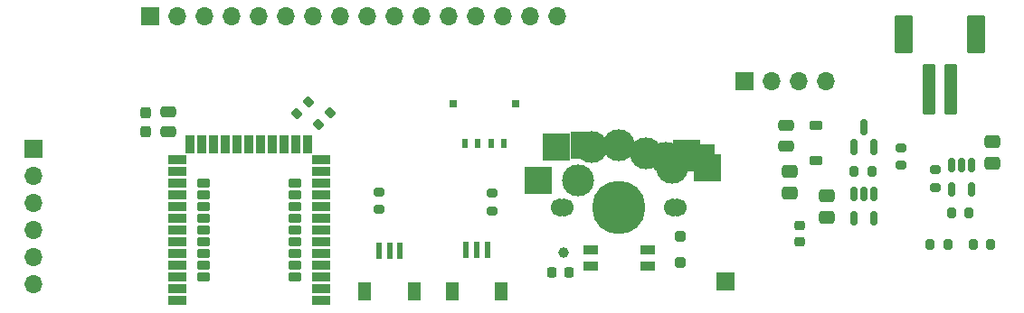
<source format=gbs>
G04 #@! TF.GenerationSoftware,KiCad,Pcbnew,8.0.1*
G04 #@! TF.CreationDate,2024-04-21T21:17:43-05:00*
G04 #@! TF.ProjectId,uC_test_PCB,75435f74-6573-4745-9f50-43422e6b6963,rev?*
G04 #@! TF.SameCoordinates,Original*
G04 #@! TF.FileFunction,Soldermask,Bot*
G04 #@! TF.FilePolarity,Negative*
%FSLAX46Y46*%
G04 Gerber Fmt 4.6, Leading zero omitted, Abs format (unit mm)*
G04 Created by KiCad (PCBNEW 8.0.1) date 2024-04-21 21:17:43*
%MOMM*%
%LPD*%
G01*
G04 APERTURE LIST*
G04 Aperture macros list*
%AMRoundRect*
0 Rectangle with rounded corners*
0 $1 Rounding radius*
0 $2 $3 $4 $5 $6 $7 $8 $9 X,Y pos of 4 corners*
0 Add a 4 corners polygon primitive as box body*
4,1,4,$2,$3,$4,$5,$6,$7,$8,$9,$2,$3,0*
0 Add four circle primitives for the rounded corners*
1,1,$1+$1,$2,$3*
1,1,$1+$1,$4,$5*
1,1,$1+$1,$6,$7*
1,1,$1+$1,$8,$9*
0 Add four rect primitives between the rounded corners*
20,1,$1+$1,$2,$3,$4,$5,0*
20,1,$1+$1,$4,$5,$6,$7,0*
20,1,$1+$1,$6,$7,$8,$9,0*
20,1,$1+$1,$8,$9,$2,$3,0*%
G04 Aperture macros list end*
%ADD10C,1.701800*%
%ADD11C,3.000000*%
%ADD12C,5.000000*%
%ADD13C,0.990600*%
%ADD14R,2.600000X2.600000*%
%ADD15R,2.550000X2.500000*%
%ADD16RoundRect,0.082000X-0.618000X0.328000X-0.618000X-0.328000X0.618000X-0.328000X0.618000X0.328000X0*%
%ADD17R,1.700000X1.700000*%
%ADD18O,1.700000X1.700000*%
%ADD19RoundRect,0.050800X0.800000X0.400000X-0.800000X0.400000X-0.800000X-0.400000X0.800000X-0.400000X0*%
%ADD20RoundRect,0.050800X0.500000X0.350000X-0.500000X0.350000X-0.500000X-0.350000X0.500000X-0.350000X0*%
%ADD21RoundRect,0.050800X-0.800000X-0.400000X0.800000X-0.400000X0.800000X0.400000X-0.800000X0.400000X0*%
%ADD22RoundRect,0.050800X0.400000X-0.800000X0.400000X0.800000X-0.400000X0.800000X-0.400000X-0.800000X0*%
%ADD23R,0.600000X0.850000*%
%ADD24R,0.700000X0.800000*%
%ADD25R,0.609600X1.549400*%
%ADD26R,1.193800X1.803400*%
%ADD27RoundRect,0.150000X-0.150000X0.512500X-0.150000X-0.512500X0.150000X-0.512500X0.150000X0.512500X0*%
%ADD28RoundRect,0.200000X0.200000X0.275000X-0.200000X0.275000X-0.200000X-0.275000X0.200000X-0.275000X0*%
%ADD29RoundRect,0.250000X0.250000X-0.250000X0.250000X0.250000X-0.250000X0.250000X-0.250000X-0.250000X0*%
%ADD30RoundRect,0.225000X0.225000X0.250000X-0.225000X0.250000X-0.225000X-0.250000X0.225000X-0.250000X0*%
%ADD31RoundRect,0.200000X0.275000X-0.200000X0.275000X0.200000X-0.275000X0.200000X-0.275000X-0.200000X0*%
%ADD32RoundRect,0.250000X0.475000X-0.250000X0.475000X0.250000X-0.475000X0.250000X-0.475000X-0.250000X0*%
%ADD33RoundRect,0.250000X-0.475000X0.250000X-0.475000X-0.250000X0.475000X-0.250000X0.475000X0.250000X0*%
%ADD34RoundRect,0.250000X-0.475000X0.337500X-0.475000X-0.337500X0.475000X-0.337500X0.475000X0.337500X0*%
%ADD35RoundRect,0.200000X-0.275000X0.200000X-0.275000X-0.200000X0.275000X-0.200000X0.275000X0.200000X0*%
%ADD36RoundRect,0.200000X0.053033X-0.335876X0.335876X-0.053033X-0.053033X0.335876X-0.335876X0.053033X0*%
%ADD37RoundRect,0.237500X-0.237500X0.300000X-0.237500X-0.300000X0.237500X-0.300000X0.237500X0.300000X0*%
%ADD38RoundRect,0.050800X0.500000X2.300000X-0.500000X2.300000X-0.500000X-2.300000X0.500000X-2.300000X0*%
%ADD39RoundRect,0.050800X-0.800000X1.700000X-0.800000X-1.700000X0.800000X-1.700000X0.800000X1.700000X0*%
%ADD40RoundRect,0.200000X-0.200000X-0.275000X0.200000X-0.275000X0.200000X0.275000X-0.200000X0.275000X0*%
%ADD41RoundRect,0.225000X-0.250000X0.225000X-0.250000X-0.225000X0.250000X-0.225000X0.250000X0.225000X0*%
%ADD42RoundRect,0.225000X0.375000X-0.225000X0.375000X0.225000X-0.375000X0.225000X-0.375000X-0.225000X0*%
%ADD43RoundRect,0.250000X0.475000X-0.337500X0.475000X0.337500X-0.475000X0.337500X-0.475000X-0.337500X0*%
%ADD44RoundRect,0.150000X0.150000X-0.587500X0.150000X0.587500X-0.150000X0.587500X-0.150000X-0.587500X0*%
G04 APERTURE END LIST*
D10*
X165726481Y-118316268D03*
X165306481Y-118316268D03*
D11*
X165226481Y-114566268D03*
X165226481Y-114516268D03*
X164626481Y-113616268D03*
X162766481Y-113236268D03*
D12*
X160226481Y-118316268D03*
D11*
X160226481Y-112416268D03*
X157626481Y-112566268D03*
X156416481Y-115776268D03*
D10*
X155146481Y-118316268D03*
D13*
X155006481Y-122516268D03*
D10*
X154726481Y-118316268D03*
D14*
X168501481Y-114516268D03*
X167901481Y-113616268D03*
D15*
X166516481Y-113236268D03*
D14*
X156951481Y-112416268D03*
X154351481Y-112566268D03*
D15*
X152666481Y-115776268D03*
D16*
X157526481Y-122265267D03*
X157526481Y-123765267D03*
X162926481Y-123765267D03*
X162926481Y-122265267D03*
D17*
X105410000Y-112776000D03*
D18*
X105410000Y-115316000D03*
X105410000Y-117856000D03*
X105410000Y-120396000D03*
X105410000Y-122936000D03*
X105410000Y-125476000D03*
D17*
X171958000Y-106426000D03*
D18*
X174498000Y-106426000D03*
X177038000Y-106426000D03*
X179578000Y-106426000D03*
D17*
X170180000Y-125222000D03*
D19*
X118841731Y-127030268D03*
X118841731Y-125930168D03*
X118841731Y-124830368D03*
X118841731Y-123730268D03*
X118841731Y-122630268D03*
X118841731Y-121530368D03*
X118841731Y-120430368D03*
X118841731Y-119330268D03*
X118841731Y-118230168D03*
X118841731Y-117130368D03*
X118841731Y-116030268D03*
X118841731Y-114930168D03*
X118841731Y-113830168D03*
D20*
X121341631Y-124830368D03*
X121341631Y-123730268D03*
X121341631Y-122630268D03*
X121341631Y-121530168D03*
X121341631Y-120430368D03*
X121341631Y-119330268D03*
X121341631Y-118230168D03*
X121341631Y-117130368D03*
X121341631Y-116030268D03*
X129841731Y-124830368D03*
X129841731Y-123730268D03*
X129841731Y-122630268D03*
X129841731Y-121530168D03*
X129841731Y-120430368D03*
X129841731Y-119330268D03*
X129841731Y-118230168D03*
X129841731Y-117130368D03*
X129841731Y-116030268D03*
D21*
X132341831Y-127030268D03*
X132341831Y-125930168D03*
X132341831Y-124830368D03*
X132341831Y-123730268D03*
X132341831Y-122630268D03*
X132341831Y-121530368D03*
X132341831Y-120430368D03*
X132341831Y-119330268D03*
X132341831Y-118230168D03*
X132341831Y-117130368D03*
X132341831Y-116030268D03*
X132341831Y-114930168D03*
X132341831Y-113830168D03*
D22*
X131091631Y-112330268D03*
X129991831Y-112330268D03*
X128891731Y-112330268D03*
X127791631Y-112330268D03*
X126691831Y-112330268D03*
X125591831Y-112330268D03*
X124491731Y-112330268D03*
X123391631Y-112330268D03*
X122291831Y-112330268D03*
X121191731Y-112330268D03*
X120091631Y-112330268D03*
D17*
X116332000Y-100330000D03*
D18*
X118872000Y-100330000D03*
X121412000Y-100330000D03*
X123952000Y-100330000D03*
X126492000Y-100330000D03*
X129032000Y-100330000D03*
X131572000Y-100330000D03*
X134112000Y-100330000D03*
X136652000Y-100330000D03*
X139192000Y-100330000D03*
X141732000Y-100330000D03*
X144272000Y-100330000D03*
X146812000Y-100330000D03*
X149352000Y-100330000D03*
X151892000Y-100330000D03*
X154432000Y-100330000D03*
D23*
X145821730Y-112278267D03*
X147021730Y-112278267D03*
X148221730Y-112278267D03*
X149421730Y-112278267D03*
D24*
X144671730Y-108503266D03*
X150571731Y-108503266D03*
D25*
X139731732Y-122312268D03*
X138731731Y-122312268D03*
X137731730Y-122312268D03*
D26*
X141031731Y-126187269D03*
X136431731Y-126187269D03*
D27*
X182178731Y-117033818D03*
X183128731Y-117033818D03*
X184078731Y-117033818D03*
X184078731Y-119308818D03*
X182178731Y-119308818D03*
D28*
X194994800Y-121767600D03*
X193344800Y-121767600D03*
D29*
X165937231Y-123480268D03*
X165937231Y-120980268D03*
D30*
X155508731Y-124412268D03*
X153958731Y-124412268D03*
D25*
X147888181Y-122245718D03*
X146888180Y-122245718D03*
X145888179Y-122245718D03*
D26*
X149188180Y-126120719D03*
X144588180Y-126120719D03*
D31*
X189785731Y-116386268D03*
X189785731Y-114736268D03*
D32*
X175891931Y-112484468D03*
X175891931Y-110584468D03*
D33*
X118005331Y-109289068D03*
X118005331Y-111189068D03*
D34*
X195119731Y-112071768D03*
X195119731Y-114146768D03*
D27*
X191309731Y-114326768D03*
X192259731Y-114326768D03*
X193209731Y-114326768D03*
X193209731Y-116601768D03*
X191309731Y-116601768D03*
D35*
X148332931Y-116944668D03*
X148332931Y-118594668D03*
X137791931Y-116818668D03*
X137791931Y-118468668D03*
D36*
X132052368Y-110517631D03*
X133219094Y-109350905D03*
X130020368Y-109501631D03*
X131187094Y-108334905D03*
D37*
X115947931Y-109401968D03*
X115947931Y-111126968D03*
D38*
X191220600Y-107205000D03*
X189220600Y-107205000D03*
D39*
X193620600Y-102005000D03*
X186820600Y-102005000D03*
D40*
X191310731Y-118773468D03*
X192960731Y-118773468D03*
D41*
X177136531Y-119928868D03*
X177136531Y-121478868D03*
D35*
X186610731Y-112665268D03*
X186610731Y-114315268D03*
D42*
X178609731Y-113870268D03*
X178609731Y-110570268D03*
D28*
X190994800Y-121767600D03*
X189344800Y-121767600D03*
D34*
X179628731Y-117133818D03*
X179628731Y-119208818D03*
D43*
X176196731Y-116940768D03*
X176196731Y-114865768D03*
D40*
X182229731Y-114887268D03*
X183879731Y-114887268D03*
D44*
X184065731Y-112601268D03*
X182165731Y-112601268D03*
X183115731Y-110726268D03*
M02*

</source>
